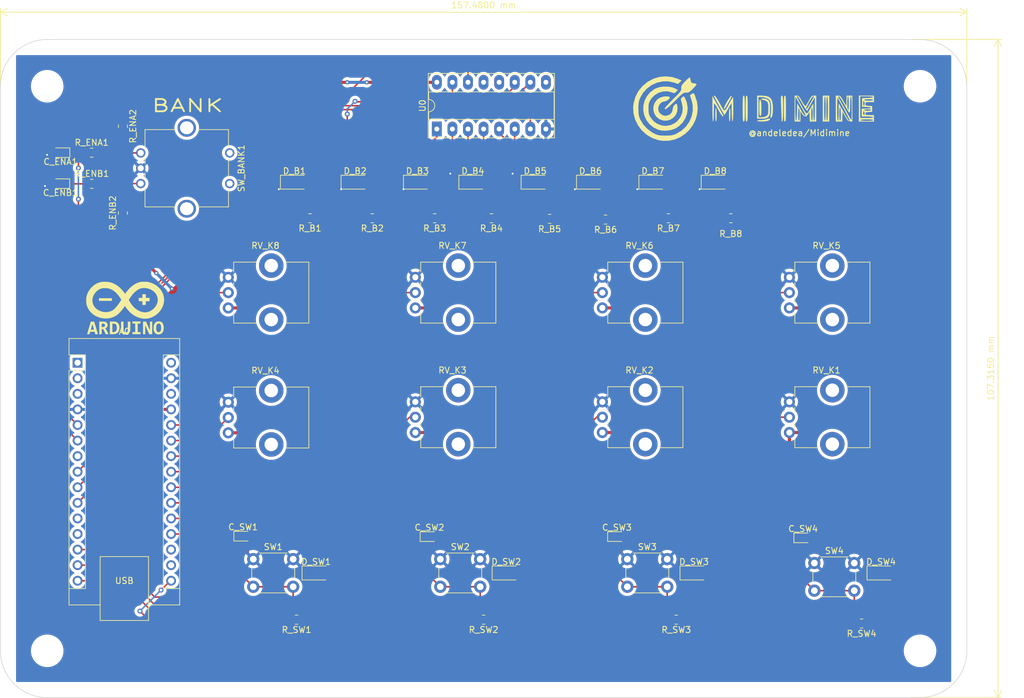
<source format=kicad_pcb>
(kicad_pcb (version 20211014) (generator pcbnew)
  (layers (0 "F.Cu" signal) (31 "B.Cu" power) (34 "B.Paste" user) (35 "F.Paste" user) (36 "B.SilkS" user "B.Silkscreen") (37 "F.SilkS" user "F.Silkscreen") (38 "B.Mask" user) (39 "F.Mask" user) (44 "Edge.Cuts" user))
  (net 0 "")
  (net 4 "GND")
  (net 5 "Encoder_A")
  (net 6 "Encoder_B")
  (net 8 "DS")
  (net 9 "SHCP")
  (net 10 "STCP")
  (net 13 "SW1")
  (net 14 "SW2")
  (net 15 "SW3")
  (net 16 "SW4")
  (net 19 "Knob1")
  (net 20 "Knob2")
  (net 21 "Knob3")
  (net 22 "Knob4")
  (net 23 "Knob5")
  (net 24 "Knob6")
  (net 25 "Knob7")
  (net 26 "Knob8")
  (net 27 "5V")
  (net 30 "Net-(D_B1-Pad2)")
  (net 31 "Net-(D_B2-Pad2)")
  (net 32 "Net-(D_B3-Pad2)")
  (net 33 "Net-(D_B4-Pad2)")
  (net 34 "Net-(D_B5-Pad2)")
  (net 35 "Net-(D_B6-Pad2)")
  (net 36 "Net-(D_B7-Pad2)")
  (net 37 "Net-(D_B8-Pad2)")
  (net 38 "Net-(D_SW1-Pad1)")
  (net 39 "Net-(D_SW2-Pad1)")
  (net 40 "Net-(D_SW3-Pad1)")
  (net 41 "Net-(D_SW4-Pad1)")
  (net 42 "Net-(R_B1-Pad1)")
  (net 43 "Net-(R_B2-Pad1)")
  (net 44 "Net-(R_B3-Pad1)")
  (net 45 "Net-(R_B4-Pad1)")
  (net 46 "Net-(R_B5-Pad1)")
  (net 47 "Net-(R_B6-Pad1)")
  (net 48 "Net-(R_B7-Pad1)")
  (net 49 "Net-(R_B8-Pad1)")
  (net 50 "Net-(R_ENA1-Pad2)")
  (net 51 "Net-(R_ENB1-Pad2)")
  (footprint "Package_DIP:DIP-16_W7.62mm_Socket_LongPads" (layer "F.Cu") (at 137.15 54.6 90)
    (fp_text reference "U0")
    (fp_text value "74HC595")
  )
  (footprint "Resistor_SMD:R_0805_2012Metric" (layer "F.Cu") (at 85.99 68.301192 90)
    (fp_text reference "R_ENB2")
    (fp_text value "10k")
  )
  (footprint "Resistor_SMD:R_0805_2012Metric" (layer "F.Cu") (at 164.655436 69.3725 180)
    (fp_text reference "R_B6")
    (fp_text value "330")
  )
  (footprint "Resistor_SMD:R_0805_2012Metric" (layer "F.Cu") (at 185.0625 69.1525 180)
    (fp_text reference "R_B8")
    (fp_text value "330")
  )
  (footprint "Resistor_SMD:R_0805_2012Metric" (layer "F.Cu") (at 144.78 134.62 180)
    (fp_text reference "R_SW2")
    (fp_text value "330")
  )
  (footprint "Resistor_SMD:R_0805_2012Metric" (layer "F.Cu") (at 114.3 134.62 180)
    (fp_text reference "R_SW1")
    (fp_text value "330")
  )
  (footprint "Button_Switch_THT:SW_PUSH_6mm_H5mm" (layer "F.Cu") (at 168.2 124.75)
    (fp_text reference "SW3")
    (fp_text value "SW_Push_Dual")
  )
  (footprint "Potentiometer_THT:Potentiometer_Bourns_PTV09A-1_Single_Vertical" (layer "F.Cu") (at 194.61 104.1)
    (fp_text reference "RV_K1")
    (fp_text value "500k")
  )
  (footprint "Potentiometer_THT:Potentiometer_Bourns_PTV09A-1_Single_Vertical" (layer "F.Cu") (at 194.61 83.78)
    (fp_text reference "RV_K5")
    (fp_text value "500k")
  )
  (footprint "Resistor_SMD:R_0805_2012Metric" (layer "F.Cu") (at 116.4825 69.1525 180)
    (fp_text reference "R_B1")
    (fp_text value "330")
  )
  (footprint "Resistor_SMD:R_0805_2012Metric" (layer "F.Cu") (at 174.9025 69.1525 180)
    (fp_text reference "R_B7")
    (fp_text value "330")
  )
  (footprint "Button_Switch_THT:SW_PUSH_6mm_H5mm" (layer "F.Cu") (at 198.68 125.385)
    (fp_text reference "SW4")
    (fp_text value "SW_Push_Dual")
  )
  (footprint "Capacitor_Tantalum_SMD:CP_EIA-1608-08_AVX-J" (layer "F.Cu") (at 75.83 58.46 180)
    (fp_text reference "C_ENA1")
    (fp_text value "10n")
  )
  (footprint "LED_SMD:LED_1206_3216Metric" (layer "F.Cu") (at 117.475 127)
    (fp_text reference "D_SW1")
    (fp_text value "LED")
  )
  (footprint "Capacitor_Tantalum_SMD:CP_EIA-1608-08_AVX-J" (layer "F.Cu") (at 105.5825 121)
    (fp_text reference "C_SW1")
    (fp_text value "220n")
  )
  (footprint "Resistor_SMD:R_0805_2012Metric" (layer "F.Cu") (at 176.1725 134.62 180)
    (fp_text reference "R_SW3")
    (fp_text value "330")
  )
  (footprint "Potentiometer_THT:Potentiometer_Bourns_PTV09A-1_Single_Vertical" (layer "F.Cu") (at 103.17 83.78)
    (fp_text reference "RV_K8")
    (fp_text value "500k")
  )
  (footprint "MountingHole:MountingHole_4.3mm_M4" (layer "F.Cu") (at 73.66 139.7)
    (fp_text reference "H3" hide)
    (fp_text value "MountingHole" hide)
  )
  (footprint "Module:Arduino_Nano" (layer "F.Cu") (at 78.61 92.71)
    (fp_text reference "A0")
    (fp_text value "Arduino_Nano_v2.x")
  )
  (footprint "LED_SMD:LED_1206_3216Metric" (layer "F.Cu") (at 143.0225 63.2725)
    (fp_text reference "D_B4")
    (fp_text value "LED")
  )
  (footprint "LED_SMD:LED_1206_3216Metric" (layer "F.Cu") (at 179.07 127)
    (fp_text reference "D_SW3")
    (fp_text value "LED")
  )
  (footprint "Button_Switch_THT:SW_PUSH_6mm_H5mm" (layer "F.Cu") (at 137.72 124.75)
    (fp_text reference "SW2")
    (fp_text value "SW_Push_Dual")
  )
  (footprint "Resistor_SMD:R_0805_2012Metric" (layer "F.Cu") (at 206.375 135.245 180)
    (fp_text reference "R_SW4")
    (fp_text value "330")
  )
  (footprint "MountingHole:MountingHole_4.3mm_M4" (layer "F.Cu") (at 215.9 139.7)
    (fp_text reference "H4" hide)
    (fp_text value "MountingHole" hide)
  )
  (footprint "LED_SMD:LED_1206_3216Metric" (layer "F.Cu") (at 172.3625 63.2725)
    (fp_text reference "D_B7")
    (fp_text value "LED")
  )
  (footprint "Capacitor_Tantalum_SMD:CP_EIA-1608-08_AVX-J" (layer "F.Cu") (at 75.8175 63.515 180)
    (fp_text reference "C_ENB1")
    (fp_text value "10n")
  )
  (footprint "MountingHole:MountingHole_4.3mm_M4" (layer "F.Cu") (at 215.9 47.625)
    (fp_text reference "H2" hide)
    (fp_text value "MountingHole" hide)
  )
  (footprint "LED_SMD:LED_1206_3216Metric" (layer "F.Cu") (at 134.0025 63.2725)
    (fp_text reference "D_B3")
    (fp_text value "LED")
  )
  (footprint "Potentiometer_THT:Potentiometer_Bourns_PTV09A-1_Single_Vertical" (layer "F.Cu") (at 133.65 104.1)
    (fp_text reference "RV_K3")
    (fp_text value "500k")
  )
  (footprint "Potentiometer_THT:Potentiometer_Bourns_PTV09A-1_Single_Vertical" (layer "F.Cu") (at 164.13 83.78)
    (fp_text reference "RV_K6")
    (fp_text value "500k")
  )
  (footprint "Rotary_Encoder:RotaryEncoder_Bourns_Vertical_PEC12R-3xxxF-Sxxxx" (layer "F.Cu") (at 88.9 58.5)
    (fp_text reference "SW_BANK1")
    (fp_text value "RotaryEncoder")
  )
  (footprint "LED_SMD:LED_1206_3216Metric" (layer "F.Cu") (at 113.9425 63.2725)
    (fp_text reference "D_B1")
    (fp_text value "LED")
  )
  (footprint "Resistor_SMD:R_0805_2012Metric" (layer "F.Cu") (at 155.533052 69.2625 180)
    (fp_text reference "R_B5")
    (fp_text value "330")
  )
  (footprint "LED_SMD:LED_1206_3216Metric" (layer "F.Cu") (at 162.2025 63.2725)
    (fp_text reference "D_B6")
    (fp_text value "LED")
  )
  (footprint "Capacitor_Tantalum_SMD:CP_EIA-1608-08_AVX-J" (layer "F.Cu") (at 196.85 121.285)
    (fp_text reference "C_SW4")
    (fp_text value "220n")
  )
  (footprint "Resistor_SMD:R_0805_2012Metric" (layer "F.Cu") (at 126.6425 69.1525 180)
    (fp_text reference "R_B2")
    (fp_text value "330")
  )
  (footprint "LED_SMD:LED_1206_3216Metric" (layer "F.Cu") (at 123.8425 63.2725)
    (fp_text reference "D_B2")
    (fp_text value "LED")
  )
  (footprint "Resistor_SMD:R_0805_2012Metric" (layer "F.Cu") (at 80.91 63.54)
    (fp_text reference "R_ENB1")
    (fp_text value "10k")
  )
  (footprint "Capacitor_Tantalum_SMD:CP_EIA-1608-08_AVX-J" (layer "F.Cu") (at 135.95 121.075)
    (fp_text reference "C_SW2")
    (fp_text value "220n")
  )
  (footprint "Resistor_SMD:R_0805_2012Metric" (layer "F.Cu") (at 85.99 54.147064 -90)
    (fp_text reference "R_ENA2")
    (fp_text value "10k")
  )
  (footprint "LED_SMD:LED_1206_3216Metric" (layer "F.Cu") (at 209.55 127)
    (fp_text reference "D_SW4")
    (fp_text value "LED")
  )
  (footprint "Potentiometer_THT:Potentiometer_Bourns_PTV09A-1_Single_Vertical" (layer "F.Cu") (at 164.13 104.1)
    (fp_text reference "RV_K2")
    (fp_text value "500k")
  )
  (footprint "Resistor_SMD:R_0805_2012Metric" (layer "F.Cu") (at 80.91 58.46)
    (fp_text reference "R_ENA1")
    (fp_text value "10k")
  )
  (footprint "LED_SMD:LED_1206_3216Metric" (layer "F.Cu") (at 182.5225 63.2725)
    (fp_text reference "D_B8")
    (fp_text value "LED")
  )
  (footprint "LOGO" (layer "F.Cu") (at 189.23 50.8)
    (fp_text reference "G***" hide)
    (fp_text value "LOGO" hide)
  )
  (footprint "MountingHole:MountingHole_4.3mm_M4" (layer "F.Cu") (at 73.66 47.625)
    (fp_text reference "H1" hide)
    (fp_text value "MountingHole" hide)
  )
  (footprint "LED_SMD:LED_1206_3216Metric" (layer "F.Cu") (at 148.46 127)
    (fp_text reference "D_SW2")
    (fp_text value "LED")
  )
  (footprint "Capacitor_Tantalum_SMD:CP_EIA-1608-08_AVX-J" (layer "F.Cu") (at 166.505 121.07)
    (fp_text reference "C_SW3")
    (fp_text value "220n")
  )
  (footprint "Potentiometer_THT:Potentiometer_Bourns_PTV09A-1_Single_Vertical" (layer "F.Cu") (at 103.17 104.15)
    (fp_text reference "RV_K4")
    (fp_text value "500k")
  )
  (footprint "LOGO" (layer "F.Cu") (at 86.36 83.82)
    (fp_text reference "G***" hide)
    (fp_text value "LOGO" hide)
  )
  (footprint "Button_Switch_THT:SW_PUSH_6mm_H5mm" (layer "F.Cu") (at 107.24 124.75)
    (fp_text reference "SW1")
    (fp_text value "SW_Push_Dual")
  )
  (footprint "Resistor_SMD:R_0805_2012Metric" (layer "F.Cu") (at 136.8025 69.1525 180)
    (fp_text reference "R_B3")
    (fp_text value "330")
  )
  (footprint "Resistor_SMD:R_0805_2012Metric" (layer "F.Cu") (at 146.05 69.1525 180)
    (fp_text reference "R_B4")
    (fp_text value "330")
  )
  (footprint "Potentiometer_THT:Potentiometer_Bourns_PTV09A-1_Single_Vertical" (layer "F.Cu") (at 133.65 83.78)
    (fp_text reference "RV_K7")
    (fp_text value "500k")
  )
  (footprint "LED_SMD:LED_1206_3216Metric" (layer "F.Cu") (at 153.1825 63.2725)
    (fp_text reference "D_B5")
    (fp_text value "LED")
  )
  (gr_line (start 215.9 147.32) (end 73.66 147.32) (layer "Edge.Cuts") (width 0.1))
  (gr_arc (start 223.52 139.7) (mid 221.288154 145.088154) (end 215.9 147.32) (layer "Edge.Cuts") (width 0.1))
  (gr_line (start 66.04 139.7) (end 66.04 47.625) (layer "Edge.Cuts") (width 0.1))
  (gr_arc (start 66.04 47.625) (mid 68.271846 42.236846) (end 73.66 40.005) (layer "Edge.Cuts") (width 0.1))
  (gr_line (start 73.66 40.005) (end 215.9 40.005) (layer "Edge.Cuts") (width 0.1))
  (gr_arc (start 73.66 147.32) (mid 68.271846 145.088154) (end 66.04 139.7) (layer "Edge.Cuts") (width 0.1))
  (gr_arc (start 215.9 40.005) (mid 221.288154 42.236846) (end 223.52 47.625) (layer "Edge.Cuts") (width 0.1))
  (gr_line (start 223.52 47.625) (end 223.52 139.7) (layer "Edge.Cuts") (width 0.1))
  (gr_text "BANK" (at 96.52 50.8) (layer "F.SilkS") (effects (font (size 2 3) (thickness 0.3))))
  (gr_text "@andeledea/Midimine" (at 196.215 55.245) (layer "F.SilkS") (effects (font (size 1 1))))
  (dimension (type aligned) (layer "F.SilkS") (pts (xy 213.995 40.005) (xy 213.995 147.32)) (height -14.605) (gr_text "107.3150 mm" (at 227.45 93.6625 90) (layer "F.SilkS") (effects (font (size 1 1) (thickness 0.15)))) (format (units 3) (units_format 1) (precision 4)) (style (thickness 0.15) (arrow_length 1.27) (text_position_mode 0) (extension_height 0.58642) (extension_offset 0.5) keep_text_aligned))
  (dimension (type aligned) (layer "F.SilkS") (pts (xy 66.04 47.625) (xy 223.52 47.625)) (height -12.065) (gr_text "157.4800 mm" (at 144.78 34.41) (layer "F.SilkS") (effects (font (size 1 1) (thickness 0.15)))) (format (units 3) (units_format 1) (precision 4)) (style (thickness 0.15) (arrow_length 1.27) (text_position_mode 0) (extension_height 0.58642) (extension_offset 0.5) keep_text_aligned))
  (segment (start 197.5625 124.2675) (end 198.68 125.385) (width 0.5) (layer "F.Cu") (net 4))
  (segment (start 136.6625 123.6925) (end 137.72 124.75) (width 0.5) (layer "F.Cu") (net 4))
  (segment (start 106.295 121) (end 106.295 123.805) (width 0.5) (layer "F.Cu") (net 4))
  (segment (start 75.105 63.515) (end 73.665 63.515) (width 0.5) (layer "F.Cu") (net 4))
  (segment (start 150.3925 61.8825) (end 149.5025 61.8825) (width 0.5) (layer "F.Cu") (net 4))
  (segment (start 122.4425 63.2725) (end 122.4425 63.5425) (width 0.5) (layer "F.Cu") (net 4))
  (segment (start 160.8025 63.2725) (end 160.8025 63.2825) (width 0.5) (layer "F.Cu") (net 4))
  (segment (start 197.5625 121.285) (end 197.5625 124.2675) (width 0.5) (layer "F.Cu") (net 4))
  (segment (start 181.1225 63.2825) (end 179.9825 64.4225) (width 0.5) (layer "F.Cu") (net 4))
  (segment (start 106.295 123.805) (end 107.24 124.75) (width 0.5) (layer "F.Cu") (net 4))
  (segment (start 112.5425 63.2725) (end 112.5425 63.2825) (width 0.5) (layer "F.Cu") (net 4))
  (segment (start 141.6225 63.2725) (end 140.2325 61.8825) (width 0.5) (layer "F.Cu") (net 4))
  (segment (start 112.5425 63.2825) (end 111.4025 64.4225) (width 0.5) (layer "F.Cu") (net 4))
  (segment (start 132.6025 63.5425) (end 131.7225 64.4225) (width 0.5) (layer "F.Cu") (net 4))
  (segment (start 181.1225 63.2725) (end 181.1225 63.2825) (width 0.5) (layer "F.Cu") (net 4))
  (segment (start 167.2175 123.7675) (end 168.2 124.75) (width 0.5) (layer "F.Cu") (net 4))
  (segment (start 167.2175 121.07) (end 167.2175 123.7675) (width 0.5) (layer "F.Cu") (net 4))
  (segment (start 170.9625 63.2725) (end 170.9625 63.2825) (width 0.5) (layer "F.Cu") (net 4))
  (segment (start 132.6025 63.2725) (end 132.6025 63.5425) (width 0.5) (layer "F.Cu") (net 4))
  (segment (start 160.8025 63.2825) (end 159.6625 64.4225) (width 0.5) (layer "F.Cu") (net 4))
  (segment (start 136.6625 121.075) (end 136.6625 123.6925) (width 0.5) (layer "F.Cu") (net 4))
  (segment (start 75.1175 58.46) (end 73.99 58.46) (width 0.5) (layer "F.Cu") (net 4))
  (segment (start 151.7825 63.2725) (end 150.3925 61.8825) (width 0.5) (layer "F.Cu") (net 4))
  (segment (start 170.9625 63.2825) (end 169.8225 64.4225) (width 0.5) (layer "F.Cu") (net 4))
  (segment (start 73.665 63.515) (end 73.29 63.89) (width 0.5) (layer "F.Cu") (net 4))
  (segment (start 73.99 58.46) (end 73.64 58.81) (width 0.5) (layer "F.Cu") (net 4))
  (segment (start 140.2325 61.8825) (end 139.3425 61.8825) (width 0.5) (layer "F.Cu") (net 4))
  (segment (start 122.4425 63.5425) (end 121.5625 64.4225) (width 0.5) (layer "F.Cu") (net 4))
  (via (at 131.7225 64.4225) (size 0.7) (drill 0.3) (layers "F.Cu" "B.Cu") (net 4))
  (via (at 159.6625 64.4225) (size 0.7) (drill 0.3) (layers "F.Cu" "B.Cu") (net 4))
  (via (at 111.4025 64.4225) (size 0.7) (drill 0.3) (layers "F.Cu" "B.Cu") (net 4))
  (via (at 73.64 58.81) (size 0.7) (drill 0.3) (layers "F.Cu" "B.Cu") (net 4))
  (via (at 149.5025 61.8825) (size 0.7) (drill 0.3) (layers "F.Cu" "B.Cu") (net 4))
  (via (at 121.5625 64.4225) (size 0.7) (drill 0.3) (layers "F.Cu" "B.Cu") (net 4))
  (via (at 179.9825 64.4225) (size 0.7) (drill 0.3) (layers "F.Cu" "B.Cu") (net 4))
  (via (at 169.8225 64.4225) (size 0.7) (drill 0.3) (layers "F.Cu" "B.Cu") (net 4))
  (via (at 139.3425 61.8825) (size 0.7) (drill 0.3) (layers "F.Cu" "B.Cu") (net 4))
  (via (at 73.29 63.89) (size 0.7) (drill 0.3) (layers "F.Cu" "B.Cu") (net 4))
  (segment (start 75.819 81.661) (end 75.819 100.079) (width 0.25) (layer "F.Cu") (net 5))
  (segment (start 76.5425 58.46) (end 79.9975 58.46) (width 0.25) (layer "F.Cu") (net 5))
  (segment (start 78.74 78.74) (end 75.819 81.661) (width 0.25) (layer "F.Cu") (net 5))
  (segment (start 78.74 66.04) (end 78.74 78.74) (width 0.25) (layer "F.Cu") (net 5))
  (segment (start 78.74 59.7175) (end 78.74 60.96) (width 0.25) (layer "F.Cu") (net 5))
  (segment (start 75.819 100.079) (end 78.61 102.87) (width 0.25) (layer "F.Cu") (net 5))
  (segment (start 79.9975 58.46) (end 78.74 59.7175) (width 0.25) (layer "F.Cu") (net 5))
  (via (at 78.74 60.96) (size 0.8) (drill 0.4) (layers "F.Cu" "B.Cu") (net 5))
  (via (at 78.74 66.04) (size 0.8) (drill 0.4) (layers "F.Cu" "B.Cu") (net 5))
  (segment (start 78.74 60.96) (end 78.74 66.04) (width 0.25) (layer "B.Cu") (net 5))
  (segment (start 74.93 80.01) (end 76.53 78.41) (width 0.25) (layer "F.Cu") (net 6))
  (segment (start 76.555 63.54) (end 79.9975 63.54) (width 0.25) (layer "F.Cu") (net 6))
  (segment (start 74.93 101.73) (end 74.93 80.01) (width 0.25) (layer "F.Cu") (net 6))
  (segment (start 78.61 105.41) (end 74.93 101.73) (width 0.25) (layer "F.Cu") (net 6))
  (segment (start 76.53 63.515) (end 76.555 63.54) (width 0.25) (layer "F.Cu") (net 6))
  (segment (start 76.53 78.41) (end 76.53 63.515) (width 0.25) (layer "F.Cu") (net 6))
  (segment (start 84.455 104.645) (end 84.455 86.995) (width 0.25) (layer "F.Cu") (net 8))
  (segment (start 78.61 110.49) (end 84.455 104.645) (width 0.25) (layer "F.Cu") (net 8))
  (segment (start 141.605 44.45) (end 142.23 45.075) (width 0.25) (layer "F.Cu") (net 8))
  (segment (start 142.23 45.075) (end 142.23 46.98) (width 0.25) (layer "F.Cu") (net 8))
  (segment (start 127 44.45) (end 141.605 44.45) (width 0.25) (layer "F.Cu") (net 8))
  (segment (start 84.455 86.995) (end 127 44.45) (width 0.25) (layer "F.Cu") (net 8))
  (segment (start 146.685 50.8) (end 149.85 47.635) (width 0.25) (layer "F.Cu") (net 9))
  (segment (start 121.286396 50.8) (end 146.685 50.8) (width 0.25) (layer "F.Cu") (net 9))
  (segment (start 149.85 47.635) (end 149.85 46.98) (width 0.25) (layer "F.Cu") (net 9))
  (segment (start 85.725 86.361396) (end 121.286396 50.8) (width 0.25) (layer "F.Cu") (net 9))
  (segment (start 78.61 113.03) (end 85.725 105.915) (width 0.25) (layer "F.Cu") (net 9))
  (segment (start 85.725 105.915) (end 85.725 86.361396) (width 0.25) (layer "F.Cu") (net 9))
  (segment (start 86.995 107.185) (end 78.61 115.57) (width 0.25) (layer "F.Cu") (net 10))
  (segment (start 86.995 85.727792) (end 86.995 107.185) (width 0.25) (layer "F.Cu") (net 10))
  (segment (start 121.287792 51.435) (end 86.995 85.727792) (width 0.25) (layer "F.Cu") (net 10))
  (segment (start 147.935 51.435) (end 121.287792 51.435) (width 0.25) (layer "F.Cu") (net 10))
  (segment (start 152.39 46.98) (end 147.935 51.435) (width 0.25) (layer "F.Cu") (net 10))
  (segment (start 113.3875 134.62) (end 113.74 134.2675) (width 0.25) (layer "F.Cu") (net 13))
  (segment (start 78.61 123.19) (end 83.439 123.19) (width 0.25) (layer "F.Cu") (net 13))
  (segment (start 104.87 125) (end 104.87 126.88) (width 0.25) (layer "F.Cu") (net 13))
  (segment (start 83.439 123.19) (end 91.186 130.937) (width 0.25) (layer "F.Cu") (net 13))
  (segment (start 113.74 129.25) (end 107.24 129.25) (width 0.25) (layer "F.Cu") (net 13))
  (segment (start 91.186 130.937) (end 98.933 130.937) (width 0.25) (layer "F.Cu") (net 13))
  (segment (start 104.87 126.88) (end 107.24 129.25) (width 0.25) (layer "F.Cu") (net 13))
  (segment (start 104.87 125) (end 104.87 121) (width 0.25) (layer "F.Cu") (net 13))
  (segment (start 113.74 134.2675) (end 113.74 129.25) (width 0.25) (layer "F.Cu") (net 13))
  (segment (start 98.933 130.937) (end 104.87 125) (width 0.25) (layer "F.Cu") (net 13))
  (segment (start 135.2375 121.075) (end 135.2375 126.7675) (width 0.25) (layer "F.Cu") (net 14))
  (segment (start 137.72 129.25) (end 144.22 129.25) (width 0.25) (layer "F.Cu") (net 14))
  (segment (start 97.917 138.938) (end 123.067 138.938) (width 0.25) (layer "F.Cu") (net 14))
  (segment (start 143.8675 134.62) (end 144.22 134.2675) (width 0.25) (layer "F.Cu") (net 14))
  (segment (start 84.709 125.73) (end 97.917 138.938) (width 0.25) (layer "F.Cu") (net 14))
  (segment (start 123.067 138.938) (end 135.2375 126.7675) (width 0.25) (layer "F.Cu") (net 14))
  (segment (start 144.22 134.2675) (end 144.22 129.25) (width 0.25) (layer "F.Cu") (net 14))
  (segment (start 78.61 125.73) (end 84.709 125.73) (width 0.25) (layer "F.Cu") (net 14))
  (segment (start 135.2375 126.7675) (end 137.72 129.25) (width 0.25) (layer "F.Cu") (net 14))
  (segment (start 85.725 128.27) (end 97.917 140.462) (width 0.25) (layer "F.Cu") (net 15))
  (segment (start 97.917 140.462) (end 152.273 140.462) (width 0.25) (layer "F.Cu") (net 15))
  (segment (start 152.273 140.462) (end 165.7925 126.9425) (width 0.25) (layer "F.Cu") (net 15))
  (segment (start 165.8925 126.9425) (end 168.2 129.25) (width 0.25) (layer "F.Cu") (net 15))
  (segment (start 165.7925 126.9425) (end 165.8925 126.9425) (width 0.25) (layer "F.Cu") (net 15))
  (segment (start 78.61 128.27) (end 85.725 128.27) (width 0.25) (layer "F.Cu") (net 15))
  (segment (start 168.2 129.25) (end 174.7 129.25) (width 0.25) (layer "F.Cu") (net 15))
  (segment (start 165.7925 121.07) (end 165.7925 126.9425) (width 0.25) (layer "F.Cu") (net 15))
  (segment (start 174.7 134.06) (end 175.26 134.62) (width 0.25) (layer "F.Cu") (net 15))
  (segment (start 174.7 129.25) (end 174.7 134.06) (width 0.25) (layer "F.Cu") (net 15))
  (segment (start 205.18 129.885) (end 198.68 129.885) (width 0.25) (layer "F.Cu") (net 16))
  (segment (start 93.85 128.27) (end 93.726 128.27) (width 0.25) (layer "F.Cu") (net 16))
  (segment (start 97.409 141.859) (end 181.621 141.859) (width 0.25) (layer "F.Cu") (net 16))
  (segment (start 205.18 129.885) (end 205.18 134.9625) (width 0.25) (layer "F.Cu") (net 16))
  (segment (start 88.773 133.223) (end 97.409 141.859) (width 0.25) (layer "F.Cu") (net 16))
  (segment (start 205.18 134.9625) (end 205.4625 135.245) (width 0.25) (layer "F.Cu") (net 16))
  (segment (start 181.621 141.859) (end 196.1375 127.3425) (width 0.25) (layer "F.Cu") (net 16))
  (segment (start 93.726 128.27) (end 92.202 129.794) (width 0.25) (layer "F.Cu") (net 16))
  (segment (start 196.1375 127.3425) (end 198.68 129.885) (width 0.25) (layer "F.Cu") (net 16))
  (segment (start 196.1375 121.285) (end 196.1375 127.3425) (width 0.25) (layer "F.Cu") (net 16))
  (via (at 88.773 133.223) (size 0.8) (drill 0.4) (layers "F.Cu" "B.Cu") (net 16))
  (via (at 92.202 129.794) (size 0.8) (drill 0.4) (layers "F.Cu" "B.Cu") (net 16))
  (segment (start 92.202 129.794) (end 88.773 133.223) (width 0.25) (layer "B.Cu") (net 16))
  (segment (start 180.34 114.3) (end 193.04 101.6) (width 0.25) (layer "F.Cu") (net 19))
  (segment (start 100.33 120.65) (end 106.68 114.3) (width 0.25) (layer "F.Cu") (net 19))
  (segment (start 193.04 101.6) (end 194.61 101.6) (width 0.25) (layer "F.Cu") (net 19))
  (segment (start 106.68 114.3) (end 180.34 114.3) (width 0.25) (layer "F.Cu") (net 19))
  (segment (start 93.85 120.65) (end 100.33 120.65) (width 0.25) (layer "F.Cu") (net 19))
  (segment (start 106.68 113.03) (end 155.575 113.03) (width 0.25) (layer "F.Cu") (net 20))
  (segment (start 155.575 113.03) (end 161.925 106.68) (width 0.25) (layer "F.Cu") (net 20))
  (segment (start 163.195 101.6) (end 164.13 101.6) (width 0.25) (layer "F.Cu") (net 20))
  (segment (start 161.925 106.68) (end 161.925 102.87) (width 0.25) (layer "F.Cu") (net 20))
  (segment (start 101.6 118.11) (end 106.68 113.03) (width 0.25) (layer "F.Cu") (net 20))
  (segment (start 93.85 118.11) (end 101.6 118.11) (width 0.25) (layer "F.Cu") (net 20))
  (segment (start 161.925 102.87) (end 163.195 101.6) (width 0.25) (layer "F.Cu") (net 20))
  (segment (start 132.715 101.6) (end 133.65 101.6) (width 0.25) (layer "F.Cu") (net 21))
  (segment (start 102.87 115.57) (end 106.68 111.76) (width 0.25) (layer "F.Cu") (net 21))
  (segment (start 93.85 115.57) (end 102.87 115.57) (width 0.25) (layer "F.Cu") (net 21))
  (segment (start 125.095 111.76) (end 131.445 105.41) (width 0.25) (layer "F.Cu") (net 21))
  (segment (start 106.68 111.76) (end 125.095 111.76) (width 0.25) (layer "F.Cu") (net 21))
  (segment (start 131.445 105.41) (end 131.445 102.87) (width 0.25) (layer "F.Cu") (net 21))
  (segment (start 131.445 102.87) (end 132.715 101.6) (width 0.25) (layer "F.Cu") (net 21))
  (segment (start 99.695 109.855) (end 99.695 105.125) (width 0.25) (layer "F.Cu") (net 22))
  (segment (start 96.52 113.03) (end 93.85 113.03) (width 0.25) (layer "F.Cu") (net 22))
  (segment (start 93.85 113.03) (end 93.98 113.03) (width 0.5) (layer "F.Cu") (net 22))
  (segment (start 99.695 109.855) (end 96.52 113.03) (width 0.25) (layer "F.Cu") (net 22))
  (segment (start 99.695 105.125) (end 103.17 101.65) (width 0.25) (layer "F.Cu") (net 22))
  (segment (start 103.505 93.98) (end 183.515 93.98) (width 0.25) (layer "F.Cu") (net 23))
  (segment (start 99.06 108.585) (end 99.06 98.425) (width 0.25) (layer "F.Cu") (net 23))
  (segment (start 97.155 110.49) (end 99.06 108.585) (width 0.25) (layer "F.Cu") (net 23))
  (segment (start 192.405 81.915) (end 193.04 81.28) (width 0.25) (layer "F.Cu") (net 23))
  (segment (start 183.515 93.98) (end 192.405 85.09) (width 0.25) (layer "F.Cu") (net 23))
  (segment (start 193.04 81.28) (end 194.61 81.28) (width 0.25) (layer "F.Cu") (net 23))
  (segment (start 99.06 98.425) (end 103.505 93.98) (width 0.25) (layer "F.Cu") (net 23))
  (segment (start 93.85 110.49) (end 97.155 110.49) (width 0.25) (layer "F.Cu") (net 23))
  (segment (start 192.405 85.09) (end 192.405 81.915) (width 0.25) (layer "F.Cu") (net 23))
  (segment (start 98.425 107.315) (end 98.425 97.155) (width 0.25) (layer "F.Cu") (net 24))
  (segment (start 93.85 107.95) (end 97.79 107.95) (width 0.25) (layer "F.Cu") (net 24))
  (segment (start 151.13 92.71) (end 162.56 81.28) (width 0.25) (layer "F.Cu") (net 24))
  (segment (start 97.79 107.95) (end 98.425 107.315) (width 0.25) (layer "F.Cu") (net 24))
  (segment (start 98.425 97.155) (end 102.87 92.71) (width 0.25) (layer "F.Cu") (net 24))
  (segment (start 102.87 92.71) (end 151.13 92.71) (width 0.25) (layer "F.Cu") (net 24))
  (segment (start 162.56 81.28) (end 164.13 81.28) (width 0.25) (layer "F.Cu") (net 24))
  (segment (start 132.08 81.28) (end 133.65 81.28) (width 0.25) (layer "F.Cu") (net 25))
  (segment (start 123.825 91.44) (end 130.81 84.455) (width 0.25) (layer "F.Cu") (net 25))
  (segment (start 97.79 104.775) (end 97.79 95.885) (width 0.25) (layer "F.Cu") (net 25))
  (segment (start 93.85 105.41) (end 97.155 105.41) (width 0.25) (layer "F.Cu") (net 25))
  (segment (start 102.235 91.44) (end 123.825 91.44) (width 0.25) (layer "F.Cu") (net 25))
  (segment (start 130.81 84.455) (end 130.81 82.55) (width 0.25) (layer "F.Cu") (net 25))
  (segment (start 97.79 95.885) (end 102.235 91.44) (width 0.25) (layer "F.Cu") (net 25))
  (segment (start 130.81 82.55) (end 132.08 81.28) (width 0.25) (layer "F.Cu") (net 25))
  (segment (start 97.155 105.41) (end 97.79 104.775) (width 0.25) (layer "F.Cu") (net 25))
  (segment (start 96.52 102.87) (end 97.155 102.235) (width 0.25) (layer "F.Cu") (net 26))
  (segment (start 97.155 102.235) (end 97.155 85.09) (width 0.25) (layer "F.Cu") (net 26))
  (segment (start 100.965 81.28) (end 103.17 81.28) (width 0.25) (layer "F.Cu") (net 26))
  (segment (start 97.155 85.09) (end 100.965 81.28) (width 0.25) (layer "F.Cu") (net 26))
  (segment (start 93.85 102.87) (end 96.52 102.87) (width 0.25) (layer "F.Cu") (net 26))
  (segment (start 94.404128 46.99) (end 88.159564 53.234564) (width 0.5) (layer "F.Cu") (net 27))
  (segment (start 180.34 76.2) (end 195.58 76.2) (width 0.5) (layer "F.Cu") (net 27))
  (segment (start 194.61 83.78) (end 196.89 83.78) (width 0.5) (layer "F.Cu") (net 27))
  (segment (start 88.159564 53.234564) (end 91.44 56.515) (width 0.5) (layer "F.Cu") (net 27))
  (segment (start 209.55 104.14) (end 210.95 105.54) (width 0.5) (layer "F.Cu") (net 27))
  (segment (start 135.93 104.1) (end 139.065 100.965) (width 0.5) (layer "F.Cu") (net 27))
  (segment (start 206.375 100.965) (end 209.55 104.14) (width 0.5) (layer "F.Cu") (net 27))
  (segment (start 195.58 96.52) (end 200.025 100.965) (width 0.5) (layer "F.Cu") (net 27))
  (segment (start 186.055 121.415) (end 186.055 117.475) (width 0.5) (layer "F.Cu") (net 27))
  (segment (start 137.15 46.98) (end 137.16 46.99) (width 0.5) (layer "F.Cu") (net 27))
  (segment (start 101.6 76.2) (end 97.155 80.645) (width 0.5) (layer "F.Cu") (net 27))
  (segment (start 200.025 100.965) (end 206.375 100.965) (width 0.5) (layer "F.Cu") (net 27))
  (segment (start 149.86 124.46) (end 149.86 127) (width 0.5) (layer "F.Cu") (net 27))
  (segment (start 103.17 104.15) (end 104.765 104.15) (width 0.5) (layer "F.Cu") (net 27))
  (segment (start 194.61 104.1) (end 194.61 108.92) (width 0.5) (layer "F.Cu") (net 27))
  (segment (start 119.38 76.2) (end 134.62 76.2) (width 0.5) (layer "F.Cu") (net 27))
  (segment (start 165.1 96.52) (end 169.545 100.965) (width 0.5) (layer "F.Cu") (net 27))
  (segment (start 97.155 80.645) (end 93.98 80.645) (width 0.5) (layer "F.Cu") (net 27))
  (segment (start 156.845 117.475) (end 149.86 124.46) (width 0.5) (layer "F.Cu") (net 27))
  (segment (start 180.34 96.52) (end 195.58 96.52) (width 0.5) (layer "F.Cu") (net 27))
  (segment (start 85.99 53.234564) (end 88.159564 53.234564) (width 0.5) (layer "F.Cu") (net 27))
  (segment (start 134.62 76.2) (end 139.065 80.645) (width 0.5) (layer "F.Cu") (net 27))
  (segment (start 91.44 64.77) (end 86.996308 69.213692) (width 0.5) (layer "F.Cu") (net 27))
  (segment (start 101.6 76.2) (end 103.505 76.2) (width 0.5) (layer "F.Cu") (net 27))
  (segment (start 166.41 83.78) (end 169.545 80.645) (width 0.5) (layer "F.Cu") (net 27))
  (segment (start 127 117.475) (end 118.875 125.6) (width 0.5) (layer "F.Cu") (net 27))
  (segment (start 164.13 104.1) (end 166.41 104.1) (width 0.5) (layer "F.Cu") (net 27))
  (segment (start 200.025 80.645) (end 207.01 80.645) (width 0.5) (layer "F.Cu") (net 27))
  (segment (start 85.99 69.213692) (end 85.99 72.655) (width 0.5) (layer "F.Cu") (net 27))
  (segment (start 210.95 105.54) (end 210.95 127) (width 0.5) (layer "F.Cu") (net 27))
  (segment (start 139.065 80.645) (end 145.415 80.645) (width 0.5) (layer "F.Cu") (net 27))
  (segment (start 145.415 80.645) (end 149.86 76.2) (width 0.5) (layer "F.Cu") (net 27))
  (segment (start 196.89 83.78) (end 200.025 80.645) (width 0.5) (layer "F.Cu") (net 27))
  (segment (start 114.935 100.965) (end 119.38 96.52) (width 0.5) (layer "F.Cu") (net 27))
  (segment (start 169.545 100.965) (end 175.895 100.965) (width 0.5) (layer "F.Cu") (net 27))
  (segment (start 194.61 104.1) (end 196.89 104.1) (width 0.5) (layer "F.Cu") (net 27))
  (segment (start 104.775 104.14) (end 107.95 100.965) (width 0.5) (layer "F.Cu") (net 27))
  (segment (start 209.55 104.14) (end 209.68 104.27) (width 0.5) (layer "F.Cu") (net 27))
  (segment (start 166.41 104.1) (end 169.545 100.965) (width 0.5) (layer "F.Cu") (net 27))
  (segment (start 91.44 56.515) (end 91.44 64.77) (width 0.5) (layer "F.Cu") (net 27))
  (segment (start 103.505 76.2) (end 107.95 80.645) (width 0.5) (layer "F.Cu") (net 27))
  (segment (start 119.38 96.52) (end 134.62 96.52) (width 0.5) (layer "F.Cu") (net 27))
  (segment (start 156.845 117.475) (end 127 117.475) (width 0.5) (layer "F.Cu") (net 27))
  (segment (start 118.875 125.6) (end 118.875 127) (width 0.5) (layer "F.Cu") (net 27))
  (segment (start 135.93 83.78) (end 139.065 80.645) (width 0.5) (layer "F.Cu") (net 27))
  (segment (start 133.65 83.78) (end 135.93 83.78) (width 0.5) (layer "F.Cu") (net 27))
  (segment (start 145.415 100.965) (end 149.86 96.52) (width 0.5) (layer "F.Cu") (net 27))
  (segment (start 195.58 76.2) (end 200.025 80.645) (width 0.5) (layer "F.Cu") (net 27))
  (segment (start 107.95 80.645) (end 114.935 80.645) (width 0.5) (layer "F.Cu") (net 27))
  (segment (start 169.545 80.645) (end 175.895 80.645) (width 0.5) (layer "F.Cu") (net 27))
  (segment (start 114.935 80.645) (end 119.38 76.2) (width 0.5) (layer "F.Cu") (net 27))
  (segment (start 207.01 80.645) (end 209.68 83.315) (width 0.5) (layer "F.Cu") (net 27))
  (segment (start 107.95 100.965) (end 114.935 100.965) (width 0.5) (layer "F.Cu") (net 27))
  (segment (start 175.895 80.645) (end 180.34 76.2) (width 0.5) (layer "F.Cu") (net 27))
  (segment (start 209.68 83.315) (end 209.68 104.27) (width 0.5) (layer "F.Cu") (net 27))
  (segment (start 139.065 100.965) (end 145.415 100.965) (width 0.5) (layer "F.Cu") (net 27))
  (segment (start 86.996308 69.213692) (end 85.99 69.213692) (width 0.5) (layer "F.Cu") (net 27))
  (segment (start 196.89 104.1) (end 200.025 100.965) (width 0.5) (layer "F.Cu") (net 27))
  (segment (start 186.055 117.475) (end 156.845 117.475) (width 0.5) (layer "F.Cu") (net 27))
  (segment (start 133.65 104.1) (end 135.93 104.1) (width 0.5) (layer "F.Cu") (net 27))
  (segment (start 134.62 96.52) (end 139.065 100.965) (width 0.5) (layer "F.Cu") (net 27))
  (segment (start 175.895 100.965) (end 180.34 96.52) (width 0.5) (layer "F.Cu") (net 27))
  (segment (start 149.86 76.2) (end 165.1 76.2) (width 0.5) (layer "F.Cu") (net 27))
  (segment (start 137.16 46.99) (end 125.73 46.99) (width 0.5) (layer "F.Cu") (net 27))
  (segment (start 104.735 83.78) (end 104.775 83.82) (width 0.5) (layer "F.Cu") (net 27))
  (segment (start 103.17 83.78) (end 104.735 83.78) (width 0.5) (layer "F.Cu") (net 27))
  (segment (start 180.47 127) (end 186.055 121.415) (width 0.5) (layer "F.Cu") (net 27))
  (segment (start 104.765 104.15) (end 104.775 104.14) (width 0.5) (layer "F.Cu") (net 27))
  (segment (start 122.555 46.99) (end 94.404128 46.99) (width 0.5) (layer "F.Cu") (net 27))
  (segment (start 104.775 83.82) (end 107.95 80.645) (width 0.5) (layer "F.Cu") (net 27))
  (segment (start 164.13 83.78) (end 166.41 83.78) (width 0.5) (layer "F.Cu") (net 27))
  (segment (start 85.99 72.655) (end 91.44 78.105) (width 0.5) (layer "F.Cu") (net 27))
  (segment (start 194.61 108.92) (end 186.055 117.475) (width 0.5) (layer "F.Cu") (net 27))
  (segment (start 149.86 96.52) (end 165.1 96.52) (width 0.5) (layer "F.Cu") (net 27))
  (segment (start 165.1 76.2) (end 169.545 80.645) (width 0.5) (layer "F.Cu") (net 27))
  (via (at 91.44 78.105) (size 0.7) (drill 0.3) (layers "F.Cu" "B.Cu") (net 27))
  (via (at 125.73 46.99) (size 0.7) (drill 0.3) (layers "F.Cu" "B.Cu") (net 27))
  (via (at 93.98 80.645) (size 0.7) (drill 0.3) (layers "F.Cu" "B.Cu") (net 27))
  (via (at 122.555 46.99) (size 0.7) (drill 0.3) (layers "F.Cu" "B.Cu") (net 27))
  (segment (start 125.73 46.99) (end 122.555 46.99) (width 0.5) (layer "B.Cu") (net 27))
  (segment (start 91.44 78.105) (end 93.98 80.645) (width 0.5) (layer "B.Cu") (net 27))
  (segment (start 115.57 63.5) (end 115.57 69.1525) (width 0.25) (layer "F.Cu") (net 30))
  (segment (start 115.3425 63.2725) (end 115.57 63.5) (width 0.25) (layer "F.Cu") (net 30))
  (segment (start 125.73 63.76) (end 125.73 69.1525) (width 0.25) (layer "F.Cu") (net 31))
  (segment (start 125.2425 63.2725) (end 125.73 63.76) (width 0.25) (layer "F.Cu") (net 31))
  (segment (start 135.4025 63.2725) (end 135.89 63.76) (width 0.25) (layer "F.Cu") (net 32))
  (segment (start 135.89 63.76) (end 135.89 69.1525) (width 0.25) (layer "F.Cu") (net 32))
  (segment (start 145.1375 63.9875) (end 145.1375 69.1525) (width 0.25) (layer "F.Cu") (net 33))
  (segment (start 144.4225 63.2725) (end 145.1375 63.9875) (width 0.25) (layer "F.Cu") (net 33))
  (segment (start 154.5825 63.2725) (end 154.5825 69.224448) (width 0.25) (layer "F.Cu") (net 34))
  (segment (start 154.5825 69.224448) (end 154.620552 69.2625) (width 0.25) (layer "F.Cu") (net 34))
  (segment (start 163.6025 63.2725) (end 163.742936 63.412936) (width 0.25) (layer "F.Cu") (net 35))
  (segment (start 163.742936 63.412936) (end 163.742936 69.3725) (width 0.25) (layer "F.Cu") (net 35))
  (segment (start 173.7625 63.2725) (end 173.99 63.5) (width 0.25) (layer "F.Cu") (net 36))
  (segment (start 173.99 63.5) (end 173.99 69.1525) (width 0.25) (layer "F.Cu") (net 36))
  (segment (start 183.9225 63.2725) (end 184.15 63.5) (width 0.25) (layer "F.Cu") (net 37))
  (segment (start 184.15 63.5) (end 184.15 69.1525) (width 0.25) (layer "F.Cu") (net 37))
  (segment (start 115.2125 134.62) (end 116.075 133.7575) (width 0.25) (layer "F.Cu") (net 38))
  (segment (start 116.075 133.7575) (end 116.075 127) (width 0.25) (layer "F.Cu") (net 38))
  (segment (start 147.06 133.2525) (end 145.6925 134.62) (width 0.25) (layer "F.Cu") (net 39))
  (segment (start 147.06 127) (end 147.06 133.2525) (width 0.25) (layer "F.Cu") (net 39))
  (segment (start 177.085 134.62) (end 177.085 127.585) (width 0.25) (layer "F.Cu") (net 40))
  (segment (start 177.085 127.585) (end 177.67 127) (width 0.25) (layer "F.Cu") (net 40))
  (segment (start 208.28 127.13) (end 208.15 127) (width 0.5) (layer "F.Cu") (net 41))
  (segment (start 207.2875 127.8625) (end 208.15 127) (width 0.5) (layer "F.Cu") (net 41))
  (segment (start 207.2875 135.245) (end 207.2875 127.8625) (width 0.5) (layer "F.Cu") (net 41))
  (segment (start 139.69 46.98) (end 139.69 48.905) (width 0.25) (layer "F.Cu") (net 42))
  (segment (start 139.69 48.905) (end 138.43 50.165) (width 0.25) (layer "F.Cu") (net 42))
  (segment (start 122.555 52.1595) (end 122.555 55.88) (width 0.25) (layer "F.Cu") (net 42))
  (segment (start 124.46 50.165) (end 123.9145 50.165) (width 0.25) (layer "F.Cu") (net 42))
  (segment (start 123.9145 50.165) (end 123.825 50.0755) (width 0.25) (layer "F.Cu") (net 42))
  (segment (start 138.43 50.165) (end 124.46 50.165) (width 0.25) (layer "F.Cu") (net 42))
  (segment (start 117.395 61.04) (end 117.395 69.1525) (width 0.25) (layer "F.Cu") (net 42))
  (segment (start 122.555 55.88) (end 117.395 61.04) (width 0.25) (layer "F.Cu") (net 42))
  (via (at 123.825 50.0755) (size 0.8) (drill 0.4) (layers "F.Cu" "B.Cu") (net 42))
  (via (at 122.555 52.1595) (size 0.8) (drill 0.4) (layers "F.Cu" "B.Cu") (net 42))
  (segment (start 123.825 50.0755) (end 122.555 51.3455) (width 0.25) (layer "B.Cu") (net 42))
  (segment (start 122.555 51.3455) (end 122.555 52.1595) (width 0.25) (layer "B.Cu") (net 42))
  (segment (start 127.555 65.485) (end 127.555 69.1525) (width 0.25) (layer "F.Cu") (net 43))
  (segment (start 137.15 55.89) (end 127.555 65.485) (width 0.25) (layer "F.Cu") (net 43))
  (segment (start 137.15 54.6) (end 137.15 55.89) (width 0.25) (layer "F.Cu") (net 43))
  (segment (start 137.715 60.405) (end 137.715 69.1525) (width 0.25) (layer "F.Cu") (net 44))
  (segment (start 139.69 54.6) (end 139.69 58.43) (width 0.25) (layer "F.Cu") (net 44))
  (segment (start 139.69 58.43) (end 137.715 60.405) (width 0.25) (layer "F.Cu") (net 44))
  (segment (start 142.23 54.6) (end 142.23 56.505) (width 0.25) (layer "F.Cu") (net 45))
  (segment (start 142.23 56.505) (end 146.9625 61.2375) (width 0.25) (layer "F.Cu") (net 45))
  (segment (start 146.9625 61.2375) (end 146.9625 69.1525) (width 0.25) (layer "F.Cu") (net 45))
  (segment (start 156.445552 69.2625) (end 156.445552 59.290552) (width 0.25) (layer "F.Cu") (net 46))
  (segment (start 156.445552 59.290552) (end 155.575 58.42) (width 0.25) (layer "F.Cu") (net 46))
  (segment (start 155.575 58.42) (end 146.685 58.42) (width 0.25) (layer "F.Cu") (net 46))
  (segment (start 146.685 58.42) (end 144.77 56.505) (width 0.25) (layer "F.Cu") (net 46))
  (segment (start 144.77 56.505) (end 144.77 54.6) (width 0.25) (layer "F.Cu") (net 46))
  (segment (start 149.86 57.785) (end 164.465 57.785) (width 0.25) (layer "F.Cu") (net 47))
  (segment (start 147.31 54.6) (end 147.31 55.235) (width 0.25) (layer "F.Cu") (net 47))
  (segment (start 164.465 57.785) (end 165.567936 58.887936) (width 0.25) (layer "F.Cu") (net 47))
  (segment (start 147.31 55.235) (end 149.86 57.785) (width 0.25) (layer "F.Cu") (net 47))
  (segment (start 165.567936 58.887936) (end 165.567936 69.3725) (width 0.25) (layer "F.Cu") (net 47))
  (segment (start 149.85 56.505) (end 149.85 54.6) (width 0.25) (layer "F.Cu") (net 48))
  (segment (start 175.815 59.61) (end 173.355 57.15) (width 0.25) (layer "F.Cu") (net 48))
  (segment (start 150.495 57.15) (end 149.85 56.505) (width 0.25) (layer "F.Cu") (net 48))
  (segment (start 175.815 69.1525) (end 175.815 59.61) (width 0.25) (layer "F.Cu") (net 48))
  (segment (start 173.355 57.15) (end 150.495 57.15) (width 0.25) (layer "F.Cu") (net 48))
  (segment (start 153.035 52.07) (end 177.8 52.07) (width 0.25) (layer "F.Cu") (net 49))
  (segment (start 152.39 52.715) (end 153.035 52.07) (width 0.25) (layer "F.Cu") (net 49))
  (segment (start 152.39 54.6) (end 152.39 52.715) (width 0.25) (layer "F.Cu") (net 49))
  (segment (start 186.055 69.0725) (end 185.975 69.1525) (width 0.25) (layer "F.Cu") (net 49))
  (segment (start 186.055 60.325) (end 186.055 69.0725) (width 0.25) (layer "F.Cu") (net 49))
  (segment (start 177.8 52.07) (end 186.055 60.325) (width 0.25) (layer "F.Cu") (net 49))
  (segment (start 81.8225 58.46) (end 83.8 58.46) (width 0.25) (layer "F.Cu") (net 50))
  (segment (start 85.99 56.27) (end 85.99 55.059564) (width 0.25) (layer "F.Cu") (net 50))
  (segment (start 83.84 58.5) (end 83.8 58.46) (width 0.25) (layer "F.Cu") (net 50))
  (segment (start 83.8 58.46) (end 85.99 56.27) (width 0.25) (layer "F.Cu") (net 50))
  (segment (start 88.9 58.5) (end 83.84 58.5) (width 0.25) (layer "F.Cu") (net 50))
  (segment (start 81.8225 63.54) (end 83.1 63.54) (width 0.25) (layer "F.Cu") (net 51))
  (segment (start 85.99 66.43) (end 85.99 67.388692) (width 0.25) (layer "F.Cu") (net 51))
  (segment (start 83.1 63.54) (end 85.99 66.43) (width 0.25) (layer "F.Cu") (net 51))
  (segment (start 81.8225 63.54) (end 81.8625 63.5) (width 0.25) (layer "F.Cu") (net 51))
  (segment (start 81.8625 63.5) (end 88.9 63.5) (width 0.25) (layer "F.Cu") (net 51))
  (zone (net 27) (net_name "5V") (layer "F.Cu") (connect_pads (clearance 0.5)) (min_thickness 0.25) (fill yes (thermal_gap 0.5) (thermal_bridge_width 0.5))
    (polygon (pts (xy 96.52 86.995) (xy 92.075 90.17) (xy 92.075 99.695) (xy 94.615 99.695) (xy 94.615 100.965) (xy 89.535 100.965) (xy 88.265 99.695) (xy 88.265 86.36) (xy 94.615 80.01) (xy 96.52 80.01)))
  )
  (zone (net 4) (net_name "GND") (layer "B.Cu") (connect_pads (clearance 0.5)) (min_thickness 0.25) (fill yes (thermal_gap 0.5) (thermal_bridge_width 0.5))
    (polygon (pts (xy 220.98 144.78) (xy 68.58 144.78) (xy 68.58 42.545) (xy 220.98 42.545)))
  )
)
</source>
